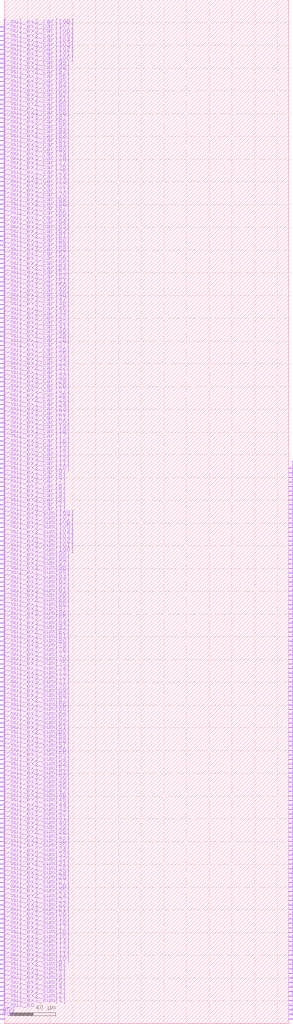
<source format=lef>
VERSION 5.7 ;
  NOWIREEXTENSIONATPIN ON ;
  DIVIDERCHAR "/" ;
  BUSBITCHARS "[]" ;
MACRO tri_fu_mul
  CLASS BLOCK ;
  FOREIGN tri_fu_mul ;
  ORIGIN 0.000 0.000 ;
  SIZE 250.000 BY 900.000 ;
  PIN vdd
    DIRECTION INOUT ;
    USE SIGNAL ;
    PORT
      LAYER met3 ;
        RECT -4.000 4.000 0.000 4.600 ;
    END
  END vdd
  PIN gnd
    DIRECTION INOUT ;
    USE SIGNAL ;
    PORT
      LAYER met3 ;
        RECT -4.000 8.000 0.000 8.600 ;
    END
  END gnd
  PIN clk
    DIRECTION INPUT ;
    USE SIGNAL ;
    PORT
      LAYER met3 ;
        RECT 250.000 4.000 254.000 4.600 ;
    END
  END clk
  PIN rst
    DIRECTION INPUT ;
    USE SIGNAL ;
    PORT
      LAYER met3 ;
        RECT 250.000 8.000 254.000 8.600 ;
    END
  END rst
  PIN clkoff_b
    DIRECTION INPUT ;
    USE SIGNAL ;
    PORT
      LAYER met3 ;
        RECT 250.000 12.000 254.000 12.600 ;
    END
  END clkoff_b
  PIN act_dis
    DIRECTION INPUT ;
    USE SIGNAL ;
    PORT
      LAYER met3 ;
        RECT 250.000 16.000 254.000 16.600 ;
    END
  END act_dis
  PIN flush
    DIRECTION INPUT ;
    USE SIGNAL ;
    PORT
      LAYER met3 ;
        RECT 250.000 20.000 254.000 20.600 ;
    END
  END flush
  PIN delay_lclkr
    DIRECTION INPUT ;
    USE SIGNAL ;
    PORT
      LAYER met3 ;
        RECT 250.000 24.000 254.000 24.600 ;
    END
  END delay_lclkr
  PIN mpw1_b
    DIRECTION INPUT ;
    USE SIGNAL ;
    PORT
      LAYER met3 ;
        RECT 250.000 28.000 254.000 28.600 ;
    END
  END mpw1_b
  PIN mpw2_b
    DIRECTION INPUT ;
    USE SIGNAL ;
    PORT
      LAYER met3 ;
        RECT 250.000 32.000 254.000 32.600 ;
    END
  END mpw2_b
  PIN sg_1
    DIRECTION INPUT ;
    USE SIGNAL ;
    PORT
      LAYER met3 ;
        RECT 250.000 36.000 254.000 36.600 ;
    END
  END sg_1
  PIN thold_1
    DIRECTION INPUT ;
    USE SIGNAL ;
    PORT
      LAYER met3 ;
        RECT 250.000 40.000 254.000 40.600 ;
    END
  END thold_1
  PIN fpu_enable
    DIRECTION INPUT ;
    USE SIGNAL ;
    PORT
      LAYER met3 ;
        RECT 250.000 44.000 254.000 44.600 ;
    END
  END fpu_enable
  PIN f_mul_si
    DIRECTION INPUT ;
    USE SIGNAL ;
    PORT
      LAYER met3 ;
        RECT 250.000 48.000 254.000 48.600 ;
    END
  END f_mul_si
  PIN f_mul_so
    DIRECTION OUTPUT TRISTATE ;
    USE SIGNAL ;
    PORT
      LAYER met3 ;
        RECT -4.000 12.000 0.000 12.600 ;
    END
  END f_mul_so
  PIN ex2_act
    DIRECTION INPUT ;
    USE SIGNAL ;
    PORT
      LAYER met3 ;
        RECT 250.000 52.000 254.000 52.600 ;
    END
  END ex2_act
  PIN f_fmt_ex2_a_frac[0]
    DIRECTION INPUT ;
    USE SIGNAL ;
    PORT
      LAYER met3 ;
        RECT 250.000 56.000 254.000 56.600 ;
    END
  END f_fmt_ex2_a_frac[0]
  PIN f_fmt_ex2_a_frac[1]
    DIRECTION INPUT ;
    USE SIGNAL ;
    PORT
      LAYER met3 ;
        RECT 250.000 60.000 254.000 60.600 ;
    END
  END f_fmt_ex2_a_frac[1]
  PIN f_fmt_ex2_a_frac[2]
    DIRECTION INPUT ;
    USE SIGNAL ;
    PORT
      LAYER met3 ;
        RECT 250.000 64.000 254.000 64.600 ;
    END
  END f_fmt_ex2_a_frac[2]
  PIN f_fmt_ex2_a_frac[3]
    DIRECTION INPUT ;
    USE SIGNAL ;
    PORT
      LAYER met3 ;
        RECT 250.000 68.000 254.000 68.600 ;
    END
  END f_fmt_ex2_a_frac[3]
  PIN f_fmt_ex2_a_frac[4]
    DIRECTION INPUT ;
    USE SIGNAL ;
    PORT
      LAYER met3 ;
        RECT 250.000 72.000 254.000 72.600 ;
    END
  END f_fmt_ex2_a_frac[4]
  PIN f_fmt_ex2_a_frac[5]
    DIRECTION INPUT ;
    USE SIGNAL ;
    PORT
      LAYER met3 ;
        RECT 250.000 76.000 254.000 76.600 ;
    END
  END f_fmt_ex2_a_frac[5]
  PIN f_fmt_ex2_a_frac[6]
    DIRECTION INPUT ;
    USE SIGNAL ;
    PORT
      LAYER met3 ;
        RECT 250.000 80.000 254.000 80.600 ;
    END
  END f_fmt_ex2_a_frac[6]
  PIN f_fmt_ex2_a_frac[7]
    DIRECTION INPUT ;
    USE SIGNAL ;
    PORT
      LAYER met3 ;
        RECT 250.000 84.000 254.000 84.600 ;
    END
  END f_fmt_ex2_a_frac[7]
  PIN f_fmt_ex2_a_frac[8]
    DIRECTION INPUT ;
    USE SIGNAL ;
    PORT
      LAYER met3 ;
        RECT 250.000 88.000 254.000 88.600 ;
    END
  END f_fmt_ex2_a_frac[8]
  PIN f_fmt_ex2_a_frac[9]
    DIRECTION INPUT ;
    USE SIGNAL ;
    PORT
      LAYER met3 ;
        RECT 250.000 92.000 254.000 92.600 ;
    END
  END f_fmt_ex2_a_frac[9]
  PIN f_fmt_ex2_a_frac[10]
    DIRECTION INPUT ;
    USE SIGNAL ;
    PORT
      LAYER met3 ;
        RECT 250.000 96.000 254.000 96.600 ;
    END
  END f_fmt_ex2_a_frac[10]
  PIN f_fmt_ex2_a_frac[11]
    DIRECTION INPUT ;
    USE SIGNAL ;
    PORT
      LAYER met3 ;
        RECT 250.000 100.000 254.000 100.600 ;
    END
  END f_fmt_ex2_a_frac[11]
  PIN f_fmt_ex2_a_frac[12]
    DIRECTION INPUT ;
    USE SIGNAL ;
    PORT
      LAYER met3 ;
        RECT 250.000 104.000 254.000 104.600 ;
    END
  END f_fmt_ex2_a_frac[12]
  PIN f_fmt_ex2_a_frac[13]
    DIRECTION INPUT ;
    USE SIGNAL ;
    PORT
      LAYER met3 ;
        RECT 250.000 108.000 254.000 108.600 ;
    END
  END f_fmt_ex2_a_frac[13]
  PIN f_fmt_ex2_a_frac[14]
    DIRECTION INPUT ;
    USE SIGNAL ;
    PORT
      LAYER met3 ;
        RECT 250.000 112.000 254.000 112.600 ;
    END
  END f_fmt_ex2_a_frac[14]
  PIN f_fmt_ex2_a_frac[15]
    DIRECTION INPUT ;
    USE SIGNAL ;
    PORT
      LAYER met3 ;
        RECT 250.000 116.000 254.000 116.600 ;
    END
  END f_fmt_ex2_a_frac[15]
  PIN f_fmt_ex2_a_frac[16]
    DIRECTION INPUT ;
    USE SIGNAL ;
    PORT
      LAYER met3 ;
        RECT 250.000 120.000 254.000 120.600 ;
    END
  END f_fmt_ex2_a_frac[16]
  PIN f_fmt_ex2_a_frac[17]
    DIRECTION INPUT ;
    USE SIGNAL ;
    PORT
      LAYER met3 ;
        RECT 250.000 124.000 254.000 124.600 ;
    END
  END f_fmt_ex2_a_frac[17]
  PIN f_fmt_ex2_a_frac[18]
    DIRECTION INPUT ;
    USE SIGNAL ;
    PORT
      LAYER met3 ;
        RECT 250.000 128.000 254.000 128.600 ;
    END
  END f_fmt_ex2_a_frac[18]
  PIN f_fmt_ex2_a_frac[19]
    DIRECTION INPUT ;
    USE SIGNAL ;
    PORT
      LAYER met3 ;
        RECT 250.000 132.000 254.000 132.600 ;
    END
  END f_fmt_ex2_a_frac[19]
  PIN f_fmt_ex2_a_frac[20]
    DIRECTION INPUT ;
    USE SIGNAL ;
    PORT
      LAYER met3 ;
        RECT 250.000 136.000 254.000 136.600 ;
    END
  END f_fmt_ex2_a_frac[20]
  PIN f_fmt_ex2_a_frac[21]
    DIRECTION INPUT ;
    USE SIGNAL ;
    PORT
      LAYER met3 ;
        RECT 250.000 140.000 254.000 140.600 ;
    END
  END f_fmt_ex2_a_frac[21]
  PIN f_fmt_ex2_a_frac[22]
    DIRECTION INPUT ;
    USE SIGNAL ;
    PORT
      LAYER met3 ;
        RECT 250.000 144.000 254.000 144.600 ;
    END
  END f_fmt_ex2_a_frac[22]
  PIN f_fmt_ex2_a_frac[23]
    DIRECTION INPUT ;
    USE SIGNAL ;
    PORT
      LAYER met3 ;
        RECT 250.000 148.000 254.000 148.600 ;
    END
  END f_fmt_ex2_a_frac[23]
  PIN f_fmt_ex2_a_frac[24]
    DIRECTION INPUT ;
    USE SIGNAL ;
    PORT
      LAYER met3 ;
        RECT 250.000 152.000 254.000 152.600 ;
    END
  END f_fmt_ex2_a_frac[24]
  PIN f_fmt_ex2_a_frac[25]
    DIRECTION INPUT ;
    USE SIGNAL ;
    PORT
      LAYER met3 ;
        RECT 250.000 156.000 254.000 156.600 ;
    END
  END f_fmt_ex2_a_frac[25]
  PIN f_fmt_ex2_a_frac[26]
    DIRECTION INPUT ;
    USE SIGNAL ;
    PORT
      LAYER met3 ;
        RECT 250.000 160.000 254.000 160.600 ;
    END
  END f_fmt_ex2_a_frac[26]
  PIN f_fmt_ex2_a_frac[27]
    DIRECTION INPUT ;
    USE SIGNAL ;
    PORT
      LAYER met3 ;
        RECT 250.000 164.000 254.000 164.600 ;
    END
  END f_fmt_ex2_a_frac[27]
  PIN f_fmt_ex2_a_frac[28]
    DIRECTION INPUT ;
    USE SIGNAL ;
    PORT
      LAYER met3 ;
        RECT 250.000 168.000 254.000 168.600 ;
    END
  END f_fmt_ex2_a_frac[28]
  PIN f_fmt_ex2_a_frac[29]
    DIRECTION INPUT ;
    USE SIGNAL ;
    PORT
      LAYER met3 ;
        RECT 250.000 172.000 254.000 172.600 ;
    END
  END f_fmt_ex2_a_frac[29]
  PIN f_fmt_ex2_a_frac[30]
    DIRECTION INPUT ;
    USE SIGNAL ;
    PORT
      LAYER met3 ;
        RECT 250.000 176.000 254.000 176.600 ;
    END
  END f_fmt_ex2_a_frac[30]
  PIN f_fmt_ex2_a_frac[31]
    DIRECTION INPUT ;
    USE SIGNAL ;
    PORT
      LAYER met3 ;
        RECT 250.000 180.000 254.000 180.600 ;
    END
  END f_fmt_ex2_a_frac[31]
  PIN f_fmt_ex2_a_frac[32]
    DIRECTION INPUT ;
    USE SIGNAL ;
    PORT
      LAYER met3 ;
        RECT 250.000 184.000 254.000 184.600 ;
    END
  END f_fmt_ex2_a_frac[32]
  PIN f_fmt_ex2_a_frac[33]
    DIRECTION INPUT ;
    USE SIGNAL ;
    PORT
      LAYER met3 ;
        RECT 250.000 188.000 254.000 188.600 ;
    END
  END f_fmt_ex2_a_frac[33]
  PIN f_fmt_ex2_a_frac[34]
    DIRECTION INPUT ;
    USE SIGNAL ;
    PORT
      LAYER met3 ;
        RECT 250.000 192.000 254.000 192.600 ;
    END
  END f_fmt_ex2_a_frac[34]
  PIN f_fmt_ex2_a_frac[35]
    DIRECTION INPUT ;
    USE SIGNAL ;
    PORT
      LAYER met3 ;
        RECT 250.000 196.000 254.000 196.600 ;
    END
  END f_fmt_ex2_a_frac[35]
  PIN f_fmt_ex2_a_frac[36]
    DIRECTION INPUT ;
    USE SIGNAL ;
    PORT
      LAYER met3 ;
        RECT 250.000 200.000 254.000 200.600 ;
    END
  END f_fmt_ex2_a_frac[36]
  PIN f_fmt_ex2_a_frac[37]
    DIRECTION INPUT ;
    USE SIGNAL ;
    PORT
      LAYER met3 ;
        RECT 250.000 204.000 254.000 204.600 ;
    END
  END f_fmt_ex2_a_frac[37]
  PIN f_fmt_ex2_a_frac[38]
    DIRECTION INPUT ;
    USE SIGNAL ;
    PORT
      LAYER met3 ;
        RECT 250.000 208.000 254.000 208.600 ;
    END
  END f_fmt_ex2_a_frac[38]
  PIN f_fmt_ex2_a_frac[39]
    DIRECTION INPUT ;
    USE SIGNAL ;
    PORT
      LAYER met3 ;
        RECT 250.000 212.000 254.000 212.600 ;
    END
  END f_fmt_ex2_a_frac[39]
  PIN f_fmt_ex2_a_frac[40]
    DIRECTION INPUT ;
    USE SIGNAL ;
    PORT
      LAYER met3 ;
        RECT 250.000 216.000 254.000 216.600 ;
    END
  END f_fmt_ex2_a_frac[40]
  PIN f_fmt_ex2_a_frac[41]
    DIRECTION INPUT ;
    USE SIGNAL ;
    PORT
      LAYER met3 ;
        RECT 250.000 220.000 254.000 220.600 ;
    END
  END f_fmt_ex2_a_frac[41]
  PIN f_fmt_ex2_a_frac[42]
    DIRECTION INPUT ;
    USE SIGNAL ;
    PORT
      LAYER met3 ;
        RECT 250.000 224.000 254.000 224.600 ;
    END
  END f_fmt_ex2_a_frac[42]
  PIN f_fmt_ex2_a_frac[43]
    DIRECTION INPUT ;
    USE SIGNAL ;
    PORT
      LAYER met3 ;
        RECT 250.000 228.000 254.000 228.600 ;
    END
  END f_fmt_ex2_a_frac[43]
  PIN f_fmt_ex2_a_frac[44]
    DIRECTION INPUT ;
    USE SIGNAL ;
    PORT
      LAYER met3 ;
        RECT 250.000 232.000 254.000 232.600 ;
    END
  END f_fmt_ex2_a_frac[44]
  PIN f_fmt_ex2_a_frac[45]
    DIRECTION INPUT ;
    USE SIGNAL ;
    PORT
      LAYER met3 ;
        RECT 250.000 236.000 254.000 236.600 ;
    END
  END f_fmt_ex2_a_frac[45]
  PIN f_fmt_ex2_a_frac[46]
    DIRECTION INPUT ;
    USE SIGNAL ;
    PORT
      LAYER met3 ;
        RECT 250.000 240.000 254.000 240.600 ;
    END
  END f_fmt_ex2_a_frac[46]
  PIN f_fmt_ex2_a_frac[47]
    DIRECTION INPUT ;
    USE SIGNAL ;
    PORT
      LAYER met3 ;
        RECT 250.000 244.000 254.000 244.600 ;
    END
  END f_fmt_ex2_a_frac[47]
  PIN f_fmt_ex2_a_frac[48]
    DIRECTION INPUT ;
    USE SIGNAL ;
    PORT
      LAYER met3 ;
        RECT 250.000 248.000 254.000 248.600 ;
    END
  END f_fmt_ex2_a_frac[48]
  PIN f_fmt_ex2_a_frac[49]
    DIRECTION INPUT ;
    USE SIGNAL ;
    PORT
      LAYER met3 ;
        RECT 250.000 252.000 254.000 252.600 ;
    END
  END f_fmt_ex2_a_frac[49]
  PIN f_fmt_ex2_a_frac[50]
    DIRECTION INPUT ;
    USE SIGNAL ;
    PORT
      LAYER met3 ;
        RECT 250.000 256.000 254.000 256.600 ;
    END
  END f_fmt_ex2_a_frac[50]
  PIN f_fmt_ex2_a_frac[51]
    DIRECTION INPUT ;
    USE SIGNAL ;
    PORT
      LAYER met3 ;
        RECT 250.000 260.000 254.000 260.600 ;
    END
  END f_fmt_ex2_a_frac[51]
  PIN f_fmt_ex2_a_frac[52]
    DIRECTION INPUT ;
    USE SIGNAL ;
    PORT
      LAYER met3 ;
        RECT 250.000 264.000 254.000 264.600 ;
    END
  END f_fmt_ex2_a_frac[52]
  PIN f_fmt_ex2_a_frac_17
    DIRECTION INPUT ;
    USE SIGNAL ;
    PORT
      LAYER met3 ;
        RECT 250.000 268.000 254.000 268.600 ;
    END
  END f_fmt_ex2_a_frac_17
  PIN f_fmt_ex2_a_frac_35
    DIRECTION INPUT ;
    USE SIGNAL ;
    PORT
      LAYER met3 ;
        RECT 250.000 272.000 254.000 272.600 ;
    END
  END f_fmt_ex2_a_frac_35
  PIN f_fmt_ex2_c_frac[0]
    DIRECTION INPUT ;
    USE SIGNAL ;
    PORT
      LAYER met3 ;
        RECT 250.000 276.000 254.000 276.600 ;
    END
  END f_fmt_ex2_c_frac[0]
  PIN f_fmt_ex2_c_frac[1]
    DIRECTION INPUT ;
    USE SIGNAL ;
    PORT
      LAYER met3 ;
        RECT 250.000 280.000 254.000 280.600 ;
    END
  END f_fmt_ex2_c_frac[1]
  PIN f_fmt_ex2_c_frac[2]
    DIRECTION INPUT ;
    USE SIGNAL ;
    PORT
      LAYER met3 ;
        RECT 250.000 284.000 254.000 284.600 ;
    END
  END f_fmt_ex2_c_frac[2]
  PIN f_fmt_ex2_c_frac[3]
    DIRECTION INPUT ;
    USE SIGNAL ;
    PORT
      LAYER met3 ;
        RECT 250.000 288.000 254.000 288.600 ;
    END
  END f_fmt_ex2_c_frac[3]
  PIN f_fmt_ex2_c_frac[4]
    DIRECTION INPUT ;
    USE SIGNAL ;
    PORT
      LAYER met3 ;
        RECT 250.000 292.000 254.000 292.600 ;
    END
  END f_fmt_ex2_c_frac[4]
  PIN f_fmt_ex2_c_frac[5]
    DIRECTION INPUT ;
    USE SIGNAL ;
    PORT
      LAYER met3 ;
        RECT 250.000 296.000 254.000 296.600 ;
    END
  END f_fmt_ex2_c_frac[5]
  PIN f_fmt_ex2_c_frac[6]
    DIRECTION INPUT ;
    USE SIGNAL ;
    PORT
      LAYER met3 ;
        RECT 250.000 300.000 254.000 300.600 ;
    END
  END f_fmt_ex2_c_frac[6]
  PIN f_fmt_ex2_c_frac[7]
    DIRECTION INPUT ;
    USE SIGNAL ;
    PORT
      LAYER met3 ;
        RECT 250.000 304.000 254.000 304.600 ;
    END
  END f_fmt_ex2_c_frac[7]
  PIN f_fmt_ex2_c_frac[8]
    DIRECTION INPUT ;
    USE SIGNAL ;
    PORT
      LAYER met3 ;
        RECT 250.000 308.000 254.000 308.600 ;
    END
  END f_fmt_ex2_c_frac[8]
  PIN f_fmt_ex2_c_frac[9]
    DIRECTION INPUT ;
    USE SIGNAL ;
    PORT
      LAYER met3 ;
        RECT 250.000 312.000 254.000 312.600 ;
    END
  END f_fmt_ex2_c_frac[9]
  PIN f_fmt_ex2_c_frac[10]
    DIRECTION INPUT ;
    USE SIGNAL ;
    PORT
      LAYER met3 ;
        RECT 250.000 316.000 254.000 316.600 ;
    END
  END f_fmt_ex2_c_frac[10]
  PIN f_fmt_ex2_c_frac[11]
    DIRECTION INPUT ;
    USE SIGNAL ;
    PORT
      LAYER met3 ;
        RECT 250.000 320.000 254.000 320.600 ;
    END
  END f_fmt_ex2_c_frac[11]
  PIN f_fmt_ex2_c_frac[12]
    DIRECTION INPUT ;
    USE SIGNAL ;
    PORT
      LAYER met3 ;
        RECT 250.000 324.000 254.000 324.600 ;
    END
  END f_fmt_ex2_c_frac[12]
  PIN f_fmt_ex2_c_frac[13]
    DIRECTION INPUT ;
    USE SIGNAL ;
    PORT
      LAYER met3 ;
        RECT 250.000 328.000 254.000 328.600 ;
    END
  END f_fmt_ex2_c_frac[13]
  PIN f_fmt_ex2_c_frac[14]
    DIRECTION INPUT ;
    USE SIGNAL ;
    PORT
      LAYER met3 ;
        RECT 250.000 332.000 254.000 332.600 ;
    END
  END f_fmt_ex2_c_frac[14]
  PIN f_fmt_ex2_c_frac[15]
    DIRECTION INPUT ;
    USE SIGNAL ;
    PORT
      LAYER met3 ;
        RECT 250.000 336.000 254.000 336.600 ;
    END
  END f_fmt_ex2_c_frac[15]
  PIN f_fmt_ex2_c_frac[16]
    DIRECTION INPUT ;
    USE SIGNAL ;
    PORT
      LAYER met3 ;
        RECT 250.000 340.000 254.000 340.600 ;
    END
  END f_fmt_ex2_c_frac[16]
  PIN f_fmt_ex2_c_frac[17]
    DIRECTION INPUT ;
    USE SIGNAL ;
    PORT
      LAYER met3 ;
        RECT 250.000 344.000 254.000 344.600 ;
    END
  END f_fmt_ex2_c_frac[17]
  PIN f_fmt_ex2_c_frac[18]
    DIRECTION INPUT ;
    USE SIGNAL ;
    PORT
      LAYER met3 ;
        RECT 250.000 348.000 254.000 348.600 ;
    END
  END f_fmt_ex2_c_frac[18]
  PIN f_fmt_ex2_c_frac[19]
    DIRECTION INPUT ;
    USE SIGNAL ;
    PORT
      LAYER met3 ;
        RECT 250.000 352.000 254.000 352.600 ;
    END
  END f_fmt_ex2_c_frac[19]
  PIN f_fmt_ex2_c_frac[20]
    DIRECTION INPUT ;
    USE SIGNAL ;
    PORT
      LAYER met3 ;
        RECT 250.000 356.000 254.000 356.600 ;
    END
  END f_fmt_ex2_c_frac[20]
  PIN f_fmt_ex2_c_frac[21]
    DIRECTION INPUT ;
    USE SIGNAL ;
    PORT
      LAYER met3 ;
        RECT 250.000 360.000 254.000 360.600 ;
    END
  END f_fmt_ex2_c_frac[21]
  PIN f_fmt_ex2_c_frac[22]
    DIRECTION INPUT ;
    USE SIGNAL ;
    PORT
      LAYER met3 ;
        RECT 250.000 364.000 254.000 364.600 ;
    END
  END f_fmt_ex2_c_frac[22]
  PIN f_fmt_ex2_c_frac[23]
    DIRECTION INPUT ;
    USE SIGNAL ;
    PORT
      LAYER met3 ;
        RECT 250.000 368.000 254.000 368.600 ;
    END
  END f_fmt_ex2_c_frac[23]
  PIN f_fmt_ex2_c_frac[24]
    DIRECTION INPUT ;
    USE SIGNAL ;
    PORT
      LAYER met3 ;
        RECT 250.000 372.000 254.000 372.600 ;
    END
  END f_fmt_ex2_c_frac[24]
  PIN f_fmt_ex2_c_frac[25]
    DIRECTION INPUT ;
    USE SIGNAL ;
    PORT
      LAYER met3 ;
        RECT 250.000 376.000 254.000 376.600 ;
    END
  END f_fmt_ex2_c_frac[25]
  PIN f_fmt_ex2_c_frac[26]
    DIRECTION INPUT ;
    USE SIGNAL ;
    PORT
      LAYER met3 ;
        RECT 250.000 380.000 254.000 380.600 ;
    END
  END f_fmt_ex2_c_frac[26]
  PIN f_fmt_ex2_c_frac[27]
    DIRECTION INPUT ;
    USE SIGNAL ;
    PORT
      LAYER met3 ;
        RECT 250.000 384.000 254.000 384.600 ;
    END
  END f_fmt_ex2_c_frac[27]
  PIN f_fmt_ex2_c_frac[28]
    DIRECTION INPUT ;
    USE SIGNAL ;
    PORT
      LAYER met3 ;
        RECT 250.000 388.000 254.000 388.600 ;
    END
  END f_fmt_ex2_c_frac[28]
  PIN f_fmt_ex2_c_frac[29]
    DIRECTION INPUT ;
    USE SIGNAL ;
    PORT
      LAYER met3 ;
        RECT 250.000 392.000 254.000 392.600 ;
    END
  END f_fmt_ex2_c_frac[29]
  PIN f_fmt_ex2_c_frac[30]
    DIRECTION INPUT ;
    USE SIGNAL ;
    PORT
      LAYER met3 ;
        RECT 250.000 396.000 254.000 396.600 ;
    END
  END f_fmt_ex2_c_frac[30]
  PIN f_fmt_ex2_c_frac[31]
    DIRECTION INPUT ;
    USE SIGNAL ;
    PORT
      LAYER met3 ;
        RECT 250.000 400.000 254.000 400.600 ;
    END
  END f_fmt_ex2_c_frac[31]
  PIN f_fmt_ex2_c_frac[32]
    DIRECTION INPUT ;
    USE SIGNAL ;
    PORT
      LAYER met3 ;
        RECT 250.000 404.000 254.000 404.600 ;
    END
  END f_fmt_ex2_c_frac[32]
  PIN f_fmt_ex2_c_frac[33]
    DIRECTION INPUT ;
    USE SIGNAL ;
    PORT
      LAYER met3 ;
        RECT 250.000 408.000 254.000 408.600 ;
    END
  END f_fmt_ex2_c_frac[33]
  PIN f_fmt_ex2_c_frac[34]
    DIRECTION INPUT ;
    USE SIGNAL ;
    PORT
      LAYER met3 ;
        RECT 250.000 412.000 254.000 412.600 ;
    END
  END f_fmt_ex2_c_frac[34]
  PIN f_fmt_ex2_c_frac[35]
    DIRECTION INPUT ;
    USE SIGNAL ;
    PORT
      LAYER met3 ;
        RECT 250.000 416.000 254.000 416.600 ;
    END
  END f_fmt_ex2_c_frac[35]
  PIN f_fmt_ex2_c_frac[36]
    DIRECTION INPUT ;
    USE SIGNAL ;
    PORT
      LAYER met3 ;
        RECT 250.000 420.000 254.000 420.600 ;
    END
  END f_fmt_ex2_c_frac[36]
  PIN f_fmt_ex2_c_frac[37]
    DIRECTION INPUT ;
    USE SIGNAL ;
    PORT
      LAYER met3 ;
        RECT 250.000 424.000 254.000 424.600 ;
    END
  END f_fmt_ex2_c_frac[37]
  PIN f_fmt_ex2_c_frac[38]
    DIRECTION INPUT ;
    USE SIGNAL ;
    PORT
      LAYER met3 ;
        RECT 250.000 428.000 254.000 428.600 ;
    END
  END f_fmt_ex2_c_frac[38]
  PIN f_fmt_ex2_c_frac[39]
    DIRECTION INPUT ;
    USE SIGNAL ;
    PORT
      LAYER met3 ;
        RECT 250.000 432.000 254.000 432.600 ;
    END
  END f_fmt_ex2_c_frac[39]
  PIN f_fmt_ex2_c_frac[40]
    DIRECTION INPUT ;
    USE SIGNAL ;
    PORT
      LAYER met3 ;
        RECT 250.000 436.000 254.000 436.600 ;
    END
  END f_fmt_ex2_c_frac[40]
  PIN f_fmt_ex2_c_frac[41]
    DIRECTION INPUT ;
    USE SIGNAL ;
    PORT
      LAYER met3 ;
        RECT 250.000 440.000 254.000 440.600 ;
    END
  END f_fmt_ex2_c_frac[41]
  PIN f_fmt_ex2_c_frac[42]
    DIRECTION INPUT ;
    USE SIGNAL ;
    PORT
      LAYER met3 ;
        RECT 250.000 444.000 254.000 444.600 ;
    END
  END f_fmt_ex2_c_frac[42]
  PIN f_fmt_ex2_c_frac[43]
    DIRECTION INPUT ;
    USE SIGNAL ;
    PORT
      LAYER met3 ;
        RECT 250.000 448.000 254.000 448.600 ;
    END
  END f_fmt_ex2_c_frac[43]
  PIN f_fmt_ex2_c_frac[44]
    DIRECTION INPUT ;
    USE SIGNAL ;
    PORT
      LAYER met3 ;
        RECT 250.000 452.000 254.000 452.600 ;
    END
  END f_fmt_ex2_c_frac[44]
  PIN f_fmt_ex2_c_frac[45]
    DIRECTION INPUT ;
    USE SIGNAL ;
    PORT
      LAYER met3 ;
        RECT 250.000 456.000 254.000 456.600 ;
    END
  END f_fmt_ex2_c_frac[45]
  PIN f_fmt_ex2_c_frac[46]
    DIRECTION INPUT ;
    USE SIGNAL ;
    PORT
      LAYER met3 ;
        RECT 250.000 460.000 254.000 460.600 ;
    END
  END f_fmt_ex2_c_frac[46]
  PIN f_fmt_ex2_c_frac[47]
    DIRECTION INPUT ;
    USE SIGNAL ;
    PORT
      LAYER met3 ;
        RECT 250.000 464.000 254.000 464.600 ;
    END
  END f_fmt_ex2_c_frac[47]
  PIN f_fmt_ex2_c_frac[48]
    DIRECTION INPUT ;
    USE SIGNAL ;
    PORT
      LAYER met3 ;
        RECT 250.000 468.000 254.000 468.600 ;
    END
  END f_fmt_ex2_c_frac[48]
  PIN f_fmt_ex2_c_frac[49]
    DIRECTION INPUT ;
    USE SIGNAL ;
    PORT
      LAYER met3 ;
        RECT 250.000 472.000 254.000 472.600 ;
    END
  END f_fmt_ex2_c_frac[49]
  PIN f_fmt_ex2_c_frac[50]
    DIRECTION INPUT ;
    USE SIGNAL ;
    PORT
      LAYER met3 ;
        RECT 250.000 476.000 254.000 476.600 ;
    END
  END f_fmt_ex2_c_frac[50]
  PIN f_fmt_ex2_c_frac[51]
    DIRECTION INPUT ;
    USE SIGNAL ;
    PORT
      LAYER met3 ;
        RECT 250.000 480.000 254.000 480.600 ;
    END
  END f_fmt_ex2_c_frac[51]
  PIN f_fmt_ex2_c_frac[52]
    DIRECTION INPUT ;
    USE SIGNAL ;
    PORT
      LAYER met3 ;
        RECT 250.000 484.000 254.000 484.600 ;
    END
  END f_fmt_ex2_c_frac[52]
  PIN f_fmt_ex2_c_frac[53]
    DIRECTION INPUT ;
    USE SIGNAL ;
    PORT
      LAYER met3 ;
        RECT 250.000 488.000 254.000 488.600 ;
    END
  END f_fmt_ex2_c_frac[53]
  PIN f_mul_ex3_sum[1]
    DIRECTION OUTPUT TRISTATE ;
    USE SIGNAL ;
    PORT
      LAYER met3 ;
        RECT -4.000 16.000 0.000 16.600 ;
    END
  END f_mul_ex3_sum[1]
  PIN f_mul_ex3_sum[2]
    DIRECTION OUTPUT TRISTATE ;
    USE SIGNAL ;
    PORT
      LAYER met3 ;
        RECT -4.000 20.000 0.000 20.600 ;
    END
  END f_mul_ex3_sum[2]
  PIN f_mul_ex3_sum[3]
    DIRECTION OUTPUT TRISTATE ;
    USE SIGNAL ;
    PORT
      LAYER met3 ;
        RECT -4.000 24.000 0.000 24.600 ;
    END
  END f_mul_ex3_sum[3]
  PIN f_mul_ex3_sum[4]
    DIRECTION OUTPUT TRISTATE ;
    USE SIGNAL ;
    PORT
      LAYER met3 ;
        RECT -4.000 28.000 0.000 28.600 ;
    END
  END f_mul_ex3_sum[4]
  PIN f_mul_ex3_sum[5]
    DIRECTION OUTPUT TRISTATE ;
    USE SIGNAL ;
    PORT
      LAYER met3 ;
        RECT -4.000 32.000 0.000 32.600 ;
    END
  END f_mul_ex3_sum[5]
  PIN f_mul_ex3_sum[6]
    DIRECTION OUTPUT TRISTATE ;
    USE SIGNAL ;
    PORT
      LAYER met3 ;
        RECT -4.000 36.000 0.000 36.600 ;
    END
  END f_mul_ex3_sum[6]
  PIN f_mul_ex3_sum[7]
    DIRECTION OUTPUT TRISTATE ;
    USE SIGNAL ;
    PORT
      LAYER met3 ;
        RECT -4.000 40.000 0.000 40.600 ;
    END
  END f_mul_ex3_sum[7]
  PIN f_mul_ex3_sum[8]
    DIRECTION OUTPUT TRISTATE ;
    USE SIGNAL ;
    PORT
      LAYER met3 ;
        RECT -4.000 44.000 0.000 44.600 ;
    END
  END f_mul_ex3_sum[8]
  PIN f_mul_ex3_sum[9]
    DIRECTION OUTPUT TRISTATE ;
    USE SIGNAL ;
    PORT
      LAYER met3 ;
        RECT -4.000 48.000 0.000 48.600 ;
    END
  END f_mul_ex3_sum[9]
  PIN f_mul_ex3_sum[10]
    DIRECTION OUTPUT TRISTATE ;
    USE SIGNAL ;
    PORT
      LAYER met3 ;
        RECT -4.000 52.000 0.000 52.600 ;
    END
  END f_mul_ex3_sum[10]
  PIN f_mul_ex3_sum[11]
    DIRECTION OUTPUT TRISTATE ;
    USE SIGNAL ;
    PORT
      LAYER met3 ;
        RECT -4.000 56.000 0.000 56.600 ;
    END
  END f_mul_ex3_sum[11]
  PIN f_mul_ex3_sum[12]
    DIRECTION OUTPUT TRISTATE ;
    USE SIGNAL ;
    PORT
      LAYER met3 ;
        RECT -4.000 60.000 0.000 60.600 ;
    END
  END f_mul_ex3_sum[12]
  PIN f_mul_ex3_sum[13]
    DIRECTION OUTPUT TRISTATE ;
    USE SIGNAL ;
    PORT
      LAYER met3 ;
        RECT -4.000 64.000 0.000 64.600 ;
    END
  END f_mul_ex3_sum[13]
  PIN f_mul_ex3_sum[14]
    DIRECTION OUTPUT TRISTATE ;
    USE SIGNAL ;
    PORT
      LAYER met3 ;
        RECT -4.000 68.000 0.000 68.600 ;
    END
  END f_mul_ex3_sum[14]
  PIN f_mul_ex3_sum[15]
    DIRECTION OUTPUT TRISTATE ;
    USE SIGNAL ;
    PORT
      LAYER met3 ;
        RECT -4.000 72.000 0.000 72.600 ;
    END
  END f_mul_ex3_sum[15]
  PIN f_mul_ex3_sum[16]
    DIRECTION OUTPUT TRISTATE ;
    USE SIGNAL ;
    PORT
      LAYER met3 ;
        RECT -4.000 76.000 0.000 76.600 ;
    END
  END f_mul_ex3_sum[16]
  PIN f_mul_ex3_sum[17]
    DIRECTION OUTPUT TRISTATE ;
    USE SIGNAL ;
    PORT
      LAYER met3 ;
        RECT -4.000 80.000 0.000 80.600 ;
    END
  END f_mul_ex3_sum[17]
  PIN f_mul_ex3_sum[18]
    DIRECTION OUTPUT TRISTATE ;
    USE SIGNAL ;
    PORT
      LAYER met3 ;
        RECT -4.000 84.000 0.000 84.600 ;
    END
  END f_mul_ex3_sum[18]
  PIN f_mul_ex3_sum[19]
    DIRECTION OUTPUT TRISTATE ;
    USE SIGNAL ;
    PORT
      LAYER met3 ;
        RECT -4.000 88.000 0.000 88.600 ;
    END
  END f_mul_ex3_sum[19]
  PIN f_mul_ex3_sum[20]
    DIRECTION OUTPUT TRISTATE ;
    USE SIGNAL ;
    PORT
      LAYER met3 ;
        RECT -4.000 92.000 0.000 92.600 ;
    END
  END f_mul_ex3_sum[20]
  PIN f_mul_ex3_sum[21]
    DIRECTION OUTPUT TRISTATE ;
    USE SIGNAL ;
    PORT
      LAYER met3 ;
        RECT -4.000 96.000 0.000 96.600 ;
    END
  END f_mul_ex3_sum[21]
  PIN f_mul_ex3_sum[22]
    DIRECTION OUTPUT TRISTATE ;
    USE SIGNAL ;
    PORT
      LAYER met3 ;
        RECT -4.000 100.000 0.000 100.600 ;
    END
  END f_mul_ex3_sum[22]
  PIN f_mul_ex3_sum[23]
    DIRECTION OUTPUT TRISTATE ;
    USE SIGNAL ;
    PORT
      LAYER met3 ;
        RECT -4.000 104.000 0.000 104.600 ;
    END
  END f_mul_ex3_sum[23]
  PIN f_mul_ex3_sum[24]
    DIRECTION OUTPUT TRISTATE ;
    USE SIGNAL ;
    PORT
      LAYER met3 ;
        RECT -4.000 108.000 0.000 108.600 ;
    END
  END f_mul_ex3_sum[24]
  PIN f_mul_ex3_sum[25]
    DIRECTION OUTPUT TRISTATE ;
    USE SIGNAL ;
    PORT
      LAYER met3 ;
        RECT -4.000 112.000 0.000 112.600 ;
    END
  END f_mul_ex3_sum[25]
  PIN f_mul_ex3_sum[26]
    DIRECTION OUTPUT TRISTATE ;
    USE SIGNAL ;
    PORT
      LAYER met3 ;
        RECT -4.000 116.000 0.000 116.600 ;
    END
  END f_mul_ex3_sum[26]
  PIN f_mul_ex3_sum[27]
    DIRECTION OUTPUT TRISTATE ;
    USE SIGNAL ;
    PORT
      LAYER met3 ;
        RECT -4.000 120.000 0.000 120.600 ;
    END
  END f_mul_ex3_sum[27]
  PIN f_mul_ex3_sum[28]
    DIRECTION OUTPUT TRISTATE ;
    USE SIGNAL ;
    PORT
      LAYER met3 ;
        RECT -4.000 124.000 0.000 124.600 ;
    END
  END f_mul_ex3_sum[28]
  PIN f_mul_ex3_sum[29]
    DIRECTION OUTPUT TRISTATE ;
    USE SIGNAL ;
    PORT
      LAYER met3 ;
        RECT -4.000 128.000 0.000 128.600 ;
    END
  END f_mul_ex3_sum[29]
  PIN f_mul_ex3_sum[30]
    DIRECTION OUTPUT TRISTATE ;
    USE SIGNAL ;
    PORT
      LAYER met3 ;
        RECT -4.000 132.000 0.000 132.600 ;
    END
  END f_mul_ex3_sum[30]
  PIN f_mul_ex3_sum[31]
    DIRECTION OUTPUT TRISTATE ;
    USE SIGNAL ;
    PORT
      LAYER met3 ;
        RECT -4.000 136.000 0.000 136.600 ;
    END
  END f_mul_ex3_sum[31]
  PIN f_mul_ex3_sum[32]
    DIRECTION OUTPUT TRISTATE ;
    USE SIGNAL ;
    PORT
      LAYER met3 ;
        RECT -4.000 140.000 0.000 140.600 ;
    END
  END f_mul_ex3_sum[32]
  PIN f_mul_ex3_sum[33]
    DIRECTION OUTPUT TRISTATE ;
    USE SIGNAL ;
    PORT
      LAYER met3 ;
        RECT -4.000 144.000 0.000 144.600 ;
    END
  END f_mul_ex3_sum[33]
  PIN f_mul_ex3_sum[34]
    DIRECTION OUTPUT TRISTATE ;
    USE SIGNAL ;
    PORT
      LAYER met3 ;
        RECT -4.000 148.000 0.000 148.600 ;
    END
  END f_mul_ex3_sum[34]
  PIN f_mul_ex3_sum[35]
    DIRECTION OUTPUT TRISTATE ;
    USE SIGNAL ;
    PORT
      LAYER met3 ;
        RECT -4.000 152.000 0.000 152.600 ;
    END
  END f_mul_ex3_sum[35]
  PIN f_mul_ex3_sum[36]
    DIRECTION OUTPUT TRISTATE ;
    USE SIGNAL ;
    PORT
      LAYER met3 ;
        RECT -4.000 156.000 0.000 156.600 ;
    END
  END f_mul_ex3_sum[36]
  PIN f_mul_ex3_sum[37]
    DIRECTION OUTPUT TRISTATE ;
    USE SIGNAL ;
    PORT
      LAYER met3 ;
        RECT -4.000 160.000 0.000 160.600 ;
    END
  END f_mul_ex3_sum[37]
  PIN f_mul_ex3_sum[38]
    DIRECTION OUTPUT TRISTATE ;
    USE SIGNAL ;
    PORT
      LAYER met3 ;
        RECT -4.000 164.000 0.000 164.600 ;
    END
  END f_mul_ex3_sum[38]
  PIN f_mul_ex3_sum[39]
    DIRECTION OUTPUT TRISTATE ;
    USE SIGNAL ;
    PORT
      LAYER met3 ;
        RECT -4.000 168.000 0.000 168.600 ;
    END
  END f_mul_ex3_sum[39]
  PIN f_mul_ex3_sum[40]
    DIRECTION OUTPUT TRISTATE ;
    USE SIGNAL ;
    PORT
      LAYER met3 ;
        RECT -4.000 172.000 0.000 172.600 ;
    END
  END f_mul_ex3_sum[40]
  PIN f_mul_ex3_sum[41]
    DIRECTION OUTPUT TRISTATE ;
    USE SIGNAL ;
    PORT
      LAYER met3 ;
        RECT -4.000 176.000 0.000 176.600 ;
    END
  END f_mul_ex3_sum[41]
  PIN f_mul_ex3_sum[42]
    DIRECTION OUTPUT TRISTATE ;
    USE SIGNAL ;
    PORT
      LAYER met3 ;
        RECT -4.000 180.000 0.000 180.600 ;
    END
  END f_mul_ex3_sum[42]
  PIN f_mul_ex3_sum[43]
    DIRECTION OUTPUT TRISTATE ;
    USE SIGNAL ;
    PORT
      LAYER met3 ;
        RECT -4.000 184.000 0.000 184.600 ;
    END
  END f_mul_ex3_sum[43]
  PIN f_mul_ex3_sum[44]
    DIRECTION OUTPUT TRISTATE ;
    USE SIGNAL ;
    PORT
      LAYER met3 ;
        RECT -4.000 188.000 0.000 188.600 ;
    END
  END f_mul_ex3_sum[44]
  PIN f_mul_ex3_sum[45]
    DIRECTION OUTPUT TRISTATE ;
    USE SIGNAL ;
    PORT
      LAYER met3 ;
        RECT -4.000 192.000 0.000 192.600 ;
    END
  END f_mul_ex3_sum[45]
  PIN f_mul_ex3_sum[46]
    DIRECTION OUTPUT TRISTATE ;
    USE SIGNAL ;
    PORT
      LAYER met3 ;
        RECT -4.000 196.000 0.000 196.600 ;
    END
  END f_mul_ex3_sum[46]
  PIN f_mul_ex3_sum[47]
    DIRECTION OUTPUT TRISTATE ;
    USE SIGNAL ;
    PORT
      LAYER met3 ;
        RECT -4.000 200.000 0.000 200.600 ;
    END
  END f_mul_ex3_sum[47]
  PIN f_mul_ex3_sum[48]
    DIRECTION OUTPUT TRISTATE ;
    USE SIGNAL ;
    PORT
      LAYER met3 ;
        RECT -4.000 204.000 0.000 204.600 ;
    END
  END f_mul_ex3_sum[48]
  PIN f_mul_ex3_sum[49]
    DIRECTION OUTPUT TRISTATE ;
    USE SIGNAL ;
    PORT
      LAYER met3 ;
        RECT -4.000 208.000 0.000 208.600 ;
    END
  END f_mul_ex3_sum[49]
  PIN f_mul_ex3_sum[50]
    DIRECTION OUTPUT TRISTATE ;
    USE SIGNAL ;
    PORT
      LAYER met3 ;
        RECT -4.000 212.000 0.000 212.600 ;
    END
  END f_mul_ex3_sum[50]
  PIN f_mul_ex3_sum[51]
    DIRECTION OUTPUT TRISTATE ;
    USE SIGNAL ;
    PORT
      LAYER met3 ;
        RECT -4.000 216.000 0.000 216.600 ;
    END
  END f_mul_ex3_sum[51]
  PIN f_mul_ex3_sum[52]
    DIRECTION OUTPUT TRISTATE ;
    USE SIGNAL ;
    PORT
      LAYER met3 ;
        RECT -4.000 220.000 0.000 220.600 ;
    END
  END f_mul_ex3_sum[52]
  PIN f_mul_ex3_sum[53]
    DIRECTION OUTPUT TRISTATE ;
    USE SIGNAL ;
    PORT
      LAYER met3 ;
        RECT -4.000 224.000 0.000 224.600 ;
    END
  END f_mul_ex3_sum[53]
  PIN f_mul_ex3_sum[54]
    DIRECTION OUTPUT TRISTATE ;
    USE SIGNAL ;
    PORT
      LAYER met3 ;
        RECT -4.000 228.000 0.000 228.600 ;
    END
  END f_mul_ex3_sum[54]
  PIN f_mul_ex3_sum[55]
    DIRECTION OUTPUT TRISTATE ;
    USE SIGNAL ;
    PORT
      LAYER met3 ;
        RECT -4.000 232.000 0.000 232.600 ;
    END
  END f_mul_ex3_sum[55]
  PIN f_mul_ex3_sum[56]
    DIRECTION OUTPUT TRISTATE ;
    USE SIGNAL ;
    PORT
      LAYER met3 ;
        RECT -4.000 236.000 0.000 236.600 ;
    END
  END f_mul_ex3_sum[56]
  PIN f_mul_ex3_sum[57]
    DIRECTION OUTPUT TRISTATE ;
    USE SIGNAL ;
    PORT
      LAYER met3 ;
        RECT -4.000 240.000 0.000 240.600 ;
    END
  END f_mul_ex3_sum[57]
  PIN f_mul_ex3_sum[58]
    DIRECTION OUTPUT TRISTATE ;
    USE SIGNAL ;
    PORT
      LAYER met3 ;
        RECT -4.000 244.000 0.000 244.600 ;
    END
  END f_mul_ex3_sum[58]
  PIN f_mul_ex3_sum[59]
    DIRECTION OUTPUT TRISTATE ;
    USE SIGNAL ;
    PORT
      LAYER met3 ;
        RECT -4.000 248.000 0.000 248.600 ;
    END
  END f_mul_ex3_sum[59]
  PIN f_mul_ex3_sum[60]
    DIRECTION OUTPUT TRISTATE ;
    USE SIGNAL ;
    PORT
      LAYER met3 ;
        RECT -4.000 252.000 0.000 252.600 ;
    END
  END f_mul_ex3_sum[60]
  PIN f_mul_ex3_sum[61]
    DIRECTION OUTPUT TRISTATE ;
    USE SIGNAL ;
    PORT
      LAYER met3 ;
        RECT -4.000 256.000 0.000 256.600 ;
    END
  END f_mul_ex3_sum[61]
  PIN f_mul_ex3_sum[62]
    DIRECTION OUTPUT TRISTATE ;
    USE SIGNAL ;
    PORT
      LAYER met3 ;
        RECT -4.000 260.000 0.000 260.600 ;
    END
  END f_mul_ex3_sum[62]
  PIN f_mul_ex3_sum[63]
    DIRECTION OUTPUT TRISTATE ;
    USE SIGNAL ;
    PORT
      LAYER met3 ;
        RECT -4.000 264.000 0.000 264.600 ;
    END
  END f_mul_ex3_sum[63]
  PIN f_mul_ex3_sum[64]
    DIRECTION OUTPUT TRISTATE ;
    USE SIGNAL ;
    PORT
      LAYER met3 ;
        RECT -4.000 268.000 0.000 268.600 ;
    END
  END f_mul_ex3_sum[64]
  PIN f_mul_ex3_sum[65]
    DIRECTION OUTPUT TRISTATE ;
    USE SIGNAL ;
    PORT
      LAYER met3 ;
        RECT -4.000 272.000 0.000 272.600 ;
    END
  END f_mul_ex3_sum[65]
  PIN f_mul_ex3_sum[66]
    DIRECTION OUTPUT TRISTATE ;
    USE SIGNAL ;
    PORT
      LAYER met3 ;
        RECT -4.000 276.000 0.000 276.600 ;
    END
  END f_mul_ex3_sum[66]
  PIN f_mul_ex3_sum[67]
    DIRECTION OUTPUT TRISTATE ;
    USE SIGNAL ;
    PORT
      LAYER met3 ;
        RECT -4.000 280.000 0.000 280.600 ;
    END
  END f_mul_ex3_sum[67]
  PIN f_mul_ex3_sum[68]
    DIRECTION OUTPUT TRISTATE ;
    USE SIGNAL ;
    PORT
      LAYER met3 ;
        RECT -4.000 284.000 0.000 284.600 ;
    END
  END f_mul_ex3_sum[68]
  PIN f_mul_ex3_sum[69]
    DIRECTION OUTPUT TRISTATE ;
    USE SIGNAL ;
    PORT
      LAYER met3 ;
        RECT -4.000 288.000 0.000 288.600 ;
    END
  END f_mul_ex3_sum[69]
  PIN f_mul_ex3_sum[70]
    DIRECTION OUTPUT TRISTATE ;
    USE SIGNAL ;
    PORT
      LAYER met3 ;
        RECT -4.000 292.000 0.000 292.600 ;
    END
  END f_mul_ex3_sum[70]
  PIN f_mul_ex3_sum[71]
    DIRECTION OUTPUT TRISTATE ;
    USE SIGNAL ;
    PORT
      LAYER met3 ;
        RECT -4.000 296.000 0.000 296.600 ;
    END
  END f_mul_ex3_sum[71]
  PIN f_mul_ex3_sum[72]
    DIRECTION OUTPUT TRISTATE ;
    USE SIGNAL ;
    PORT
      LAYER met3 ;
        RECT -4.000 300.000 0.000 300.600 ;
    END
  END f_mul_ex3_sum[72]
  PIN f_mul_ex3_sum[73]
    DIRECTION OUTPUT TRISTATE ;
    USE SIGNAL ;
    PORT
      LAYER met3 ;
        RECT -4.000 304.000 0.000 304.600 ;
    END
  END f_mul_ex3_sum[73]
  PIN f_mul_ex3_sum[74]
    DIRECTION OUTPUT TRISTATE ;
    USE SIGNAL ;
    PORT
      LAYER met3 ;
        RECT -4.000 308.000 0.000 308.600 ;
    END
  END f_mul_ex3_sum[74]
  PIN f_mul_ex3_sum[75]
    DIRECTION OUTPUT TRISTATE ;
    USE SIGNAL ;
    PORT
      LAYER met3 ;
        RECT -4.000 312.000 0.000 312.600 ;
    END
  END f_mul_ex3_sum[75]
  PIN f_mul_ex3_sum[76]
    DIRECTION OUTPUT TRISTATE ;
    USE SIGNAL ;
    PORT
      LAYER met3 ;
        RECT -4.000 316.000 0.000 316.600 ;
    END
  END f_mul_ex3_sum[76]
  PIN f_mul_ex3_sum[77]
    DIRECTION OUTPUT TRISTATE ;
    USE SIGNAL ;
    PORT
      LAYER met3 ;
        RECT -4.000 320.000 0.000 320.600 ;
    END
  END f_mul_ex3_sum[77]
  PIN f_mul_ex3_sum[78]
    DIRECTION OUTPUT TRISTATE ;
    USE SIGNAL ;
    PORT
      LAYER met3 ;
        RECT -4.000 324.000 0.000 324.600 ;
    END
  END f_mul_ex3_sum[78]
  PIN f_mul_ex3_sum[79]
    DIRECTION OUTPUT TRISTATE ;
    USE SIGNAL ;
    PORT
      LAYER met3 ;
        RECT -4.000 328.000 0.000 328.600 ;
    END
  END f_mul_ex3_sum[79]
  PIN f_mul_ex3_sum[80]
    DIRECTION OUTPUT TRISTATE ;
    USE SIGNAL ;
    PORT
      LAYER met3 ;
        RECT -4.000 332.000 0.000 332.600 ;
    END
  END f_mul_ex3_sum[80]
  PIN f_mul_ex3_sum[81]
    DIRECTION OUTPUT TRISTATE ;
    USE SIGNAL ;
    PORT
      LAYER met3 ;
        RECT -4.000 336.000 0.000 336.600 ;
    END
  END f_mul_ex3_sum[81]
  PIN f_mul_ex3_sum[82]
    DIRECTION OUTPUT TRISTATE ;
    USE SIGNAL ;
    PORT
      LAYER met3 ;
        RECT -4.000 340.000 0.000 340.600 ;
    END
  END f_mul_ex3_sum[82]
  PIN f_mul_ex3_sum[83]
    DIRECTION OUTPUT TRISTATE ;
    USE SIGNAL ;
    PORT
      LAYER met3 ;
        RECT -4.000 344.000 0.000 344.600 ;
    END
  END f_mul_ex3_sum[83]
  PIN f_mul_ex3_sum[84]
    DIRECTION OUTPUT TRISTATE ;
    USE SIGNAL ;
    PORT
      LAYER met3 ;
        RECT -4.000 348.000 0.000 348.600 ;
    END
  END f_mul_ex3_sum[84]
  PIN f_mul_ex3_sum[85]
    DIRECTION OUTPUT TRISTATE ;
    USE SIGNAL ;
    PORT
      LAYER met3 ;
        RECT -4.000 352.000 0.000 352.600 ;
    END
  END f_mul_ex3_sum[85]
  PIN f_mul_ex3_sum[86]
    DIRECTION OUTPUT TRISTATE ;
    USE SIGNAL ;
    PORT
      LAYER met3 ;
        RECT -4.000 356.000 0.000 356.600 ;
    END
  END f_mul_ex3_sum[86]
  PIN f_mul_ex3_sum[87]
    DIRECTION OUTPUT TRISTATE ;
    USE SIGNAL ;
    PORT
      LAYER met3 ;
        RECT -4.000 360.000 0.000 360.600 ;
    END
  END f_mul_ex3_sum[87]
  PIN f_mul_ex3_sum[88]
    DIRECTION OUTPUT TRISTATE ;
    USE SIGNAL ;
    PORT
      LAYER met3 ;
        RECT -4.000 364.000 0.000 364.600 ;
    END
  END f_mul_ex3_sum[88]
  PIN f_mul_ex3_sum[89]
    DIRECTION OUTPUT TRISTATE ;
    USE SIGNAL ;
    PORT
      LAYER met3 ;
        RECT -4.000 368.000 0.000 368.600 ;
    END
  END f_mul_ex3_sum[89]
  PIN f_mul_ex3_sum[90]
    DIRECTION OUTPUT TRISTATE ;
    USE SIGNAL ;
    PORT
      LAYER met3 ;
        RECT -4.000 372.000 0.000 372.600 ;
    END
  END f_mul_ex3_sum[90]
  PIN f_mul_ex3_sum[91]
    DIRECTION OUTPUT TRISTATE ;
    USE SIGNAL ;
    PORT
      LAYER met3 ;
        RECT -4.000 376.000 0.000 376.600 ;
    END
  END f_mul_ex3_sum[91]
  PIN f_mul_ex3_sum[92]
    DIRECTION OUTPUT TRISTATE ;
    USE SIGNAL ;
    PORT
      LAYER met3 ;
        RECT -4.000 380.000 0.000 380.600 ;
    END
  END f_mul_ex3_sum[92]
  PIN f_mul_ex3_sum[93]
    DIRECTION OUTPUT TRISTATE ;
    USE SIGNAL ;
    PORT
      LAYER met3 ;
        RECT -4.000 384.000 0.000 384.600 ;
    END
  END f_mul_ex3_sum[93]
  PIN f_mul_ex3_sum[94]
    DIRECTION OUTPUT TRISTATE ;
    USE SIGNAL ;
    PORT
      LAYER met3 ;
        RECT -4.000 388.000 0.000 388.600 ;
    END
  END f_mul_ex3_sum[94]
  PIN f_mul_ex3_sum[95]
    DIRECTION OUTPUT TRISTATE ;
    USE SIGNAL ;
    PORT
      LAYER met3 ;
        RECT -4.000 392.000 0.000 392.600 ;
    END
  END f_mul_ex3_sum[95]
  PIN f_mul_ex3_sum[96]
    DIRECTION OUTPUT TRISTATE ;
    USE SIGNAL ;
    PORT
      LAYER met3 ;
        RECT -4.000 396.000 0.000 396.600 ;
    END
  END f_mul_ex3_sum[96]
  PIN f_mul_ex3_sum[97]
    DIRECTION OUTPUT TRISTATE ;
    USE SIGNAL ;
    PORT
      LAYER met3 ;
        RECT -4.000 400.000 0.000 400.600 ;
    END
  END f_mul_ex3_sum[97]
  PIN f_mul_ex3_sum[98]
    DIRECTION OUTPUT TRISTATE ;
    USE SIGNAL ;
    PORT
      LAYER met3 ;
        RECT -4.000 404.000 0.000 404.600 ;
    END
  END f_mul_ex3_sum[98]
  PIN f_mul_ex3_sum[99]
    DIRECTION OUTPUT TRISTATE ;
    USE SIGNAL ;
    PORT
      LAYER met3 ;
        RECT -4.000 408.000 0.000 408.600 ;
    END
  END f_mul_ex3_sum[99]
  PIN f_mul_ex3_sum[100]
    DIRECTION OUTPUT TRISTATE ;
    USE SIGNAL ;
    PORT
      LAYER met3 ;
        RECT -4.000 412.000 0.000 412.600 ;
    END
  END f_mul_ex3_sum[100]
  PIN f_mul_ex3_sum[101]
    DIRECTION OUTPUT TRISTATE ;
    USE SIGNAL ;
    PORT
      LAYER met3 ;
        RECT -4.000 416.000 0.000 416.600 ;
    END
  END f_mul_ex3_sum[101]
  PIN f_mul_ex3_sum[102]
    DIRECTION OUTPUT TRISTATE ;
    USE SIGNAL ;
    PORT
      LAYER met3 ;
        RECT -4.000 420.000 0.000 420.600 ;
    END
  END f_mul_ex3_sum[102]
  PIN f_mul_ex3_sum[103]
    DIRECTION OUTPUT TRISTATE ;
    USE SIGNAL ;
    PORT
      LAYER met3 ;
        RECT -4.000 424.000 0.000 424.600 ;
    END
  END f_mul_ex3_sum[103]
  PIN f_mul_ex3_sum[104]
    DIRECTION OUTPUT TRISTATE ;
    USE SIGNAL ;
    PORT
      LAYER met3 ;
        RECT -4.000 428.000 0.000 428.600 ;
    END
  END f_mul_ex3_sum[104]
  PIN f_mul_ex3_sum[105]
    DIRECTION OUTPUT TRISTATE ;
    USE SIGNAL ;
    PORT
      LAYER met3 ;
        RECT -4.000 432.000 0.000 432.600 ;
    END
  END f_mul_ex3_sum[105]
  PIN f_mul_ex3_sum[106]
    DIRECTION OUTPUT TRISTATE ;
    USE SIGNAL ;
    PORT
      LAYER met3 ;
        RECT -4.000 436.000 0.000 436.600 ;
    END
  END f_mul_ex3_sum[106]
  PIN f_mul_ex3_sum[107]
    DIRECTION OUTPUT TRISTATE ;
    USE SIGNAL ;
    PORT
      LAYER met3 ;
        RECT -4.000 440.000 0.000 440.600 ;
    END
  END f_mul_ex3_sum[107]
  PIN f_mul_ex3_sum[108]
    DIRECTION OUTPUT TRISTATE ;
    USE SIGNAL ;
    PORT
      LAYER met3 ;
        RECT -4.000 444.000 0.000 444.600 ;
    END
  END f_mul_ex3_sum[108]
  PIN f_mul_ex3_car[1]
    DIRECTION OUTPUT TRISTATE ;
    USE SIGNAL ;
    PORT
      LAYER met3 ;
        RECT -4.000 448.000 0.000 448.600 ;
    END
  END f_mul_ex3_car[1]
  PIN f_mul_ex3_car[2]
    DIRECTION OUTPUT TRISTATE ;
    USE SIGNAL ;
    PORT
      LAYER met3 ;
        RECT -4.000 452.000 0.000 452.600 ;
    END
  END f_mul_ex3_car[2]
  PIN f_mul_ex3_car[3]
    DIRECTION OUTPUT TRISTATE ;
    USE SIGNAL ;
    PORT
      LAYER met3 ;
        RECT -4.000 456.000 0.000 456.600 ;
    END
  END f_mul_ex3_car[3]
  PIN f_mul_ex3_car[4]
    DIRECTION OUTPUT TRISTATE ;
    USE SIGNAL ;
    PORT
      LAYER met3 ;
        RECT -4.000 460.000 0.000 460.600 ;
    END
  END f_mul_ex3_car[4]
  PIN f_mul_ex3_car[5]
    DIRECTION OUTPUT TRISTATE ;
    USE SIGNAL ;
    PORT
      LAYER met3 ;
        RECT -4.000 464.000 0.000 464.600 ;
    END
  END f_mul_ex3_car[5]
  PIN f_mul_ex3_car[6]
    DIRECTION OUTPUT TRISTATE ;
    USE SIGNAL ;
    PORT
      LAYER met3 ;
        RECT -4.000 468.000 0.000 468.600 ;
    END
  END f_mul_ex3_car[6]
  PIN f_mul_ex3_car[7]
    DIRECTION OUTPUT TRISTATE ;
    USE SIGNAL ;
    PORT
      LAYER met3 ;
        RECT -4.000 472.000 0.000 472.600 ;
    END
  END f_mul_ex3_car[7]
  PIN f_mul_ex3_car[8]
    DIRECTION OUTPUT TRISTATE ;
    USE SIGNAL ;
    PORT
      LAYER met3 ;
        RECT -4.000 476.000 0.000 476.600 ;
    END
  END f_mul_ex3_car[8]
  PIN f_mul_ex3_car[9]
    DIRECTION OUTPUT TRISTATE ;
    USE SIGNAL ;
    PORT
      LAYER met3 ;
        RECT -4.000 480.000 0.000 480.600 ;
    END
  END f_mul_ex3_car[9]
  PIN f_mul_ex3_car[10]
    DIRECTION OUTPUT TRISTATE ;
    USE SIGNAL ;
    PORT
      LAYER met3 ;
        RECT -4.000 484.000 0.000 484.600 ;
    END
  END f_mul_ex3_car[10]
  PIN f_mul_ex3_car[11]
    DIRECTION OUTPUT TRISTATE ;
    USE SIGNAL ;
    PORT
      LAYER met3 ;
        RECT -4.000 488.000 0.000 488.600 ;
    END
  END f_mul_ex3_car[11]
  PIN f_mul_ex3_car[12]
    DIRECTION OUTPUT TRISTATE ;
    USE SIGNAL ;
    PORT
      LAYER met3 ;
        RECT -4.000 492.000 0.000 492.600 ;
    END
  END f_mul_ex3_car[12]
  PIN f_mul_ex3_car[13]
    DIRECTION OUTPUT TRISTATE ;
    USE SIGNAL ;
    PORT
      LAYER met3 ;
        RECT -4.000 496.000 0.000 496.600 ;
    END
  END f_mul_ex3_car[13]
  PIN f_mul_ex3_car[14]
    DIRECTION OUTPUT TRISTATE ;
    USE SIGNAL ;
    PORT
      LAYER met3 ;
        RECT -4.000 500.000 0.000 500.600 ;
    END
  END f_mul_ex3_car[14]
  PIN f_mul_ex3_car[15]
    DIRECTION OUTPUT TRISTATE ;
    USE SIGNAL ;
    PORT
      LAYER met3 ;
        RECT -4.000 504.000 0.000 504.600 ;
    END
  END f_mul_ex3_car[15]
  PIN f_mul_ex3_car[16]
    DIRECTION OUTPUT TRISTATE ;
    USE SIGNAL ;
    PORT
      LAYER met3 ;
        RECT -4.000 508.000 0.000 508.600 ;
    END
  END f_mul_ex3_car[16]
  PIN f_mul_ex3_car[17]
    DIRECTION OUTPUT TRISTATE ;
    USE SIGNAL ;
    PORT
      LAYER met3 ;
        RECT -4.000 512.000 0.000 512.600 ;
    END
  END f_mul_ex3_car[17]
  PIN f_mul_ex3_car[18]
    DIRECTION OUTPUT TRISTATE ;
    USE SIGNAL ;
    PORT
      LAYER met3 ;
        RECT -4.000 516.000 0.000 516.600 ;
    END
  END f_mul_ex3_car[18]
  PIN f_mul_ex3_car[19]
    DIRECTION OUTPUT TRISTATE ;
    USE SIGNAL ;
    PORT
      LAYER met3 ;
        RECT -4.000 520.000 0.000 520.600 ;
    END
  END f_mul_ex3_car[19]
  PIN f_mul_ex3_car[20]
    DIRECTION OUTPUT TRISTATE ;
    USE SIGNAL ;
    PORT
      LAYER met3 ;
        RECT -4.000 524.000 0.000 524.600 ;
    END
  END f_mul_ex3_car[20]
  PIN f_mul_ex3_car[21]
    DIRECTION OUTPUT TRISTATE ;
    USE SIGNAL ;
    PORT
      LAYER met3 ;
        RECT -4.000 528.000 0.000 528.600 ;
    END
  END f_mul_ex3_car[21]
  PIN f_mul_ex3_car[22]
    DIRECTION OUTPUT TRISTATE ;
    USE SIGNAL ;
    PORT
      LAYER met3 ;
        RECT -4.000 532.000 0.000 532.600 ;
    END
  END f_mul_ex3_car[22]
  PIN f_mul_ex3_car[23]
    DIRECTION OUTPUT TRISTATE ;
    USE SIGNAL ;
    PORT
      LAYER met3 ;
        RECT -4.000 536.000 0.000 536.600 ;
    END
  END f_mul_ex3_car[23]
  PIN f_mul_ex3_car[24]
    DIRECTION OUTPUT TRISTATE ;
    USE SIGNAL ;
    PORT
      LAYER met3 ;
        RECT -4.000 540.000 0.000 540.600 ;
    END
  END f_mul_ex3_car[24]
  PIN f_mul_ex3_car[25]
    DIRECTION OUTPUT TRISTATE ;
    USE SIGNAL ;
    PORT
      LAYER met3 ;
        RECT -4.000 544.000 0.000 544.600 ;
    END
  END f_mul_ex3_car[25]
  PIN f_mul_ex3_car[26]
    DIRECTION OUTPUT TRISTATE ;
    USE SIGNAL ;
    PORT
      LAYER met3 ;
        RECT -4.000 548.000 0.000 548.600 ;
    END
  END f_mul_ex3_car[26]
  PIN f_mul_ex3_car[27]
    DIRECTION OUTPUT TRISTATE ;
    USE SIGNAL ;
    PORT
      LAYER met3 ;
        RECT -4.000 552.000 0.000 552.600 ;
    END
  END f_mul_ex3_car[27]
  PIN f_mul_ex3_car[28]
    DIRECTION OUTPUT TRISTATE ;
    USE SIGNAL ;
    PORT
      LAYER met3 ;
        RECT -4.000 556.000 0.000 556.600 ;
    END
  END f_mul_ex3_car[28]
  PIN f_mul_ex3_car[29]
    DIRECTION OUTPUT TRISTATE ;
    USE SIGNAL ;
    PORT
      LAYER met3 ;
        RECT -4.000 560.000 0.000 560.600 ;
    END
  END f_mul_ex3_car[29]
  PIN f_mul_ex3_car[30]
    DIRECTION OUTPUT TRISTATE ;
    USE SIGNAL ;
    PORT
      LAYER met3 ;
        RECT -4.000 564.000 0.000 564.600 ;
    END
  END f_mul_ex3_car[30]
  PIN f_mul_ex3_car[31]
    DIRECTION OUTPUT TRISTATE ;
    USE SIGNAL ;
    PORT
      LAYER met3 ;
        RECT -4.000 568.000 0.000 568.600 ;
    END
  END f_mul_ex3_car[31]
  PIN f_mul_ex3_car[32]
    DIRECTION OUTPUT TRISTATE ;
    USE SIGNAL ;
    PORT
      LAYER met3 ;
        RECT -4.000 572.000 0.000 572.600 ;
    END
  END f_mul_ex3_car[32]
  PIN f_mul_ex3_car[33]
    DIRECTION OUTPUT TRISTATE ;
    USE SIGNAL ;
    PORT
      LAYER met3 ;
        RECT -4.000 576.000 0.000 576.600 ;
    END
  END f_mul_ex3_car[33]
  PIN f_mul_ex3_car[34]
    DIRECTION OUTPUT TRISTATE ;
    USE SIGNAL ;
    PORT
      LAYER met3 ;
        RECT -4.000 580.000 0.000 580.600 ;
    END
  END f_mul_ex3_car[34]
  PIN f_mul_ex3_car[35]
    DIRECTION OUTPUT TRISTATE ;
    USE SIGNAL ;
    PORT
      LAYER met3 ;
        RECT -4.000 584.000 0.000 584.600 ;
    END
  END f_mul_ex3_car[35]
  PIN f_mul_ex3_car[36]
    DIRECTION OUTPUT TRISTATE ;
    USE SIGNAL ;
    PORT
      LAYER met3 ;
        RECT -4.000 588.000 0.000 588.600 ;
    END
  END f_mul_ex3_car[36]
  PIN f_mul_ex3_car[37]
    DIRECTION OUTPUT TRISTATE ;
    USE SIGNAL ;
    PORT
      LAYER met3 ;
        RECT -4.000 592.000 0.000 592.600 ;
    END
  END f_mul_ex3_car[37]
  PIN f_mul_ex3_car[38]
    DIRECTION OUTPUT TRISTATE ;
    USE SIGNAL ;
    PORT
      LAYER met3 ;
        RECT -4.000 596.000 0.000 596.600 ;
    END
  END f_mul_ex3_car[38]
  PIN f_mul_ex3_car[39]
    DIRECTION OUTPUT TRISTATE ;
    USE SIGNAL ;
    PORT
      LAYER met3 ;
        RECT -4.000 600.000 0.000 600.600 ;
    END
  END f_mul_ex3_car[39]
  PIN f_mul_ex3_car[40]
    DIRECTION OUTPUT TRISTATE ;
    USE SIGNAL ;
    PORT
      LAYER met3 ;
        RECT -4.000 604.000 0.000 604.600 ;
    END
  END f_mul_ex3_car[40]
  PIN f_mul_ex3_car[41]
    DIRECTION OUTPUT TRISTATE ;
    USE SIGNAL ;
    PORT
      LAYER met3 ;
        RECT -4.000 608.000 0.000 608.600 ;
    END
  END f_mul_ex3_car[41]
  PIN f_mul_ex3_car[42]
    DIRECTION OUTPUT TRISTATE ;
    USE SIGNAL ;
    PORT
      LAYER met3 ;
        RECT -4.000 612.000 0.000 612.600 ;
    END
  END f_mul_ex3_car[42]
  PIN f_mul_ex3_car[43]
    DIRECTION OUTPUT TRISTATE ;
    USE SIGNAL ;
    PORT
      LAYER met3 ;
        RECT -4.000 616.000 0.000 616.600 ;
    END
  END f_mul_ex3_car[43]
  PIN f_mul_ex3_car[44]
    DIRECTION OUTPUT TRISTATE ;
    USE SIGNAL ;
    PORT
      LAYER met3 ;
        RECT -4.000 620.000 0.000 620.600 ;
    END
  END f_mul_ex3_car[44]
  PIN f_mul_ex3_car[45]
    DIRECTION OUTPUT TRISTATE ;
    USE SIGNAL ;
    PORT
      LAYER met3 ;
        RECT -4.000 624.000 0.000 624.600 ;
    END
  END f_mul_ex3_car[45]
  PIN f_mul_ex3_car[46]
    DIRECTION OUTPUT TRISTATE ;
    USE SIGNAL ;
    PORT
      LAYER met3 ;
        RECT -4.000 628.000 0.000 628.600 ;
    END
  END f_mul_ex3_car[46]
  PIN f_mul_ex3_car[47]
    DIRECTION OUTPUT TRISTATE ;
    USE SIGNAL ;
    PORT
      LAYER met3 ;
        RECT -4.000 632.000 0.000 632.600 ;
    END
  END f_mul_ex3_car[47]
  PIN f_mul_ex3_car[48]
    DIRECTION OUTPUT TRISTATE ;
    USE SIGNAL ;
    PORT
      LAYER met3 ;
        RECT -4.000 636.000 0.000 636.600 ;
    END
  END f_mul_ex3_car[48]
  PIN f_mul_ex3_car[49]
    DIRECTION OUTPUT TRISTATE ;
    USE SIGNAL ;
    PORT
      LAYER met3 ;
        RECT -4.000 640.000 0.000 640.600 ;
    END
  END f_mul_ex3_car[49]
  PIN f_mul_ex3_car[50]
    DIRECTION OUTPUT TRISTATE ;
    USE SIGNAL ;
    PORT
      LAYER met3 ;
        RECT -4.000 644.000 0.000 644.600 ;
    END
  END f_mul_ex3_car[50]
  PIN f_mul_ex3_car[51]
    DIRECTION OUTPUT TRISTATE ;
    USE SIGNAL ;
    PORT
      LAYER met3 ;
        RECT -4.000 648.000 0.000 648.600 ;
    END
  END f_mul_ex3_car[51]
  PIN f_mul_ex3_car[52]
    DIRECTION OUTPUT TRISTATE ;
    USE SIGNAL ;
    PORT
      LAYER met3 ;
        RECT -4.000 652.000 0.000 652.600 ;
    END
  END f_mul_ex3_car[52]
  PIN f_mul_ex3_car[53]
    DIRECTION OUTPUT TRISTATE ;
    USE SIGNAL ;
    PORT
      LAYER met3 ;
        RECT -4.000 656.000 0.000 656.600 ;
    END
  END f_mul_ex3_car[53]
  PIN f_mul_ex3_car[54]
    DIRECTION OUTPUT TRISTATE ;
    USE SIGNAL ;
    PORT
      LAYER met3 ;
        RECT -4.000 660.000 0.000 660.600 ;
    END
  END f_mul_ex3_car[54]
  PIN f_mul_ex3_car[55]
    DIRECTION OUTPUT TRISTATE ;
    USE SIGNAL ;
    PORT
      LAYER met3 ;
        RECT -4.000 664.000 0.000 664.600 ;
    END
  END f_mul_ex3_car[55]
  PIN f_mul_ex3_car[56]
    DIRECTION OUTPUT TRISTATE ;
    USE SIGNAL ;
    PORT
      LAYER met3 ;
        RECT -4.000 668.000 0.000 668.600 ;
    END
  END f_mul_ex3_car[56]
  PIN f_mul_ex3_car[57]
    DIRECTION OUTPUT TRISTATE ;
    USE SIGNAL ;
    PORT
      LAYER met3 ;
        RECT -4.000 672.000 0.000 672.600 ;
    END
  END f_mul_ex3_car[57]
  PIN f_mul_ex3_car[58]
    DIRECTION OUTPUT TRISTATE ;
    USE SIGNAL ;
    PORT
      LAYER met3 ;
        RECT -4.000 676.000 0.000 676.600 ;
    END
  END f_mul_ex3_car[58]
  PIN f_mul_ex3_car[59]
    DIRECTION OUTPUT TRISTATE ;
    USE SIGNAL ;
    PORT
      LAYER met3 ;
        RECT -4.000 680.000 0.000 680.600 ;
    END
  END f_mul_ex3_car[59]
  PIN f_mul_ex3_car[60]
    DIRECTION OUTPUT TRISTATE ;
    USE SIGNAL ;
    PORT
      LAYER met3 ;
        RECT -4.000 684.000 0.000 684.600 ;
    END
  END f_mul_ex3_car[60]
  PIN f_mul_ex3_car[61]
    DIRECTION OUTPUT TRISTATE ;
    USE SIGNAL ;
    PORT
      LAYER met3 ;
        RECT -4.000 688.000 0.000 688.600 ;
    END
  END f_mul_ex3_car[61]
  PIN f_mul_ex3_car[62]
    DIRECTION OUTPUT TRISTATE ;
    USE SIGNAL ;
    PORT
      LAYER met3 ;
        RECT -4.000 692.000 0.000 692.600 ;
    END
  END f_mul_ex3_car[62]
  PIN f_mul_ex3_car[63]
    DIRECTION OUTPUT TRISTATE ;
    USE SIGNAL ;
    PORT
      LAYER met3 ;
        RECT -4.000 696.000 0.000 696.600 ;
    END
  END f_mul_ex3_car[63]
  PIN f_mul_ex3_car[64]
    DIRECTION OUTPUT TRISTATE ;
    USE SIGNAL ;
    PORT
      LAYER met3 ;
        RECT -4.000 700.000 0.000 700.600 ;
    END
  END f_mul_ex3_car[64]
  PIN f_mul_ex3_car[65]
    DIRECTION OUTPUT TRISTATE ;
    USE SIGNAL ;
    PORT
      LAYER met3 ;
        RECT -4.000 704.000 0.000 704.600 ;
    END
  END f_mul_ex3_car[65]
  PIN f_mul_ex3_car[66]
    DIRECTION OUTPUT TRISTATE ;
    USE SIGNAL ;
    PORT
      LAYER met3 ;
        RECT -4.000 708.000 0.000 708.600 ;
    END
  END f_mul_ex3_car[66]
  PIN f_mul_ex3_car[67]
    DIRECTION OUTPUT TRISTATE ;
    USE SIGNAL ;
    PORT
      LAYER met3 ;
        RECT -4.000 712.000 0.000 712.600 ;
    END
  END f_mul_ex3_car[67]
  PIN f_mul_ex3_car[68]
    DIRECTION OUTPUT TRISTATE ;
    USE SIGNAL ;
    PORT
      LAYER met3 ;
        RECT -4.000 716.000 0.000 716.600 ;
    END
  END f_mul_ex3_car[68]
  PIN f_mul_ex3_car[69]
    DIRECTION OUTPUT TRISTATE ;
    USE SIGNAL ;
    PORT
      LAYER met3 ;
        RECT -4.000 720.000 0.000 720.600 ;
    END
  END f_mul_ex3_car[69]
  PIN f_mul_ex3_car[70]
    DIRECTION OUTPUT TRISTATE ;
    USE SIGNAL ;
    PORT
      LAYER met3 ;
        RECT -4.000 724.000 0.000 724.600 ;
    END
  END f_mul_ex3_car[70]
  PIN f_mul_ex3_car[71]
    DIRECTION OUTPUT TRISTATE ;
    USE SIGNAL ;
    PORT
      LAYER met3 ;
        RECT -4.000 728.000 0.000 728.600 ;
    END
  END f_mul_ex3_car[71]
  PIN f_mul_ex3_car[72]
    DIRECTION OUTPUT TRISTATE ;
    USE SIGNAL ;
    PORT
      LAYER met3 ;
        RECT -4.000 732.000 0.000 732.600 ;
    END
  END f_mul_ex3_car[72]
  PIN f_mul_ex3_car[73]
    DIRECTION OUTPUT TRISTATE ;
    USE SIGNAL ;
    PORT
      LAYER met3 ;
        RECT -4.000 736.000 0.000 736.600 ;
    END
  END f_mul_ex3_car[73]
  PIN f_mul_ex3_car[74]
    DIRECTION OUTPUT TRISTATE ;
    USE SIGNAL ;
    PORT
      LAYER met3 ;
        RECT -4.000 740.000 0.000 740.600 ;
    END
  END f_mul_ex3_car[74]
  PIN f_mul_ex3_car[75]
    DIRECTION OUTPUT TRISTATE ;
    USE SIGNAL ;
    PORT
      LAYER met3 ;
        RECT -4.000 744.000 0.000 744.600 ;
    END
  END f_mul_ex3_car[75]
  PIN f_mul_ex3_car[76]
    DIRECTION OUTPUT TRISTATE ;
    USE SIGNAL ;
    PORT
      LAYER met3 ;
        RECT -4.000 748.000 0.000 748.600 ;
    END
  END f_mul_ex3_car[76]
  PIN f_mul_ex3_car[77]
    DIRECTION OUTPUT TRISTATE ;
    USE SIGNAL ;
    PORT
      LAYER met3 ;
        RECT -4.000 752.000 0.000 752.600 ;
    END
  END f_mul_ex3_car[77]
  PIN f_mul_ex3_car[78]
    DIRECTION OUTPUT TRISTATE ;
    USE SIGNAL ;
    PORT
      LAYER met3 ;
        RECT -4.000 756.000 0.000 756.600 ;
    END
  END f_mul_ex3_car[78]
  PIN f_mul_ex3_car[79]
    DIRECTION OUTPUT TRISTATE ;
    USE SIGNAL ;
    PORT
      LAYER met3 ;
        RECT -4.000 760.000 0.000 760.600 ;
    END
  END f_mul_ex3_car[79]
  PIN f_mul_ex3_car[80]
    DIRECTION OUTPUT TRISTATE ;
    USE SIGNAL ;
    PORT
      LAYER met3 ;
        RECT -4.000 764.000 0.000 764.600 ;
    END
  END f_mul_ex3_car[80]
  PIN f_mul_ex3_car[81]
    DIRECTION OUTPUT TRISTATE ;
    USE SIGNAL ;
    PORT
      LAYER met3 ;
        RECT -4.000 768.000 0.000 768.600 ;
    END
  END f_mul_ex3_car[81]
  PIN f_mul_ex3_car[82]
    DIRECTION OUTPUT TRISTATE ;
    USE SIGNAL ;
    PORT
      LAYER met3 ;
        RECT -4.000 772.000 0.000 772.600 ;
    END
  END f_mul_ex3_car[82]
  PIN f_mul_ex3_car[83]
    DIRECTION OUTPUT TRISTATE ;
    USE SIGNAL ;
    PORT
      LAYER met3 ;
        RECT -4.000 776.000 0.000 776.600 ;
    END
  END f_mul_ex3_car[83]
  PIN f_mul_ex3_car[84]
    DIRECTION OUTPUT TRISTATE ;
    USE SIGNAL ;
    PORT
      LAYER met3 ;
        RECT -4.000 780.000 0.000 780.600 ;
    END
  END f_mul_ex3_car[84]
  PIN f_mul_ex3_car[85]
    DIRECTION OUTPUT TRISTATE ;
    USE SIGNAL ;
    PORT
      LAYER met3 ;
        RECT -4.000 784.000 0.000 784.600 ;
    END
  END f_mul_ex3_car[85]
  PIN f_mul_ex3_car[86]
    DIRECTION OUTPUT TRISTATE ;
    USE SIGNAL ;
    PORT
      LAYER met3 ;
        RECT -4.000 788.000 0.000 788.600 ;
    END
  END f_mul_ex3_car[86]
  PIN f_mul_ex3_car[87]
    DIRECTION OUTPUT TRISTATE ;
    USE SIGNAL ;
    PORT
      LAYER met3 ;
        RECT -4.000 792.000 0.000 792.600 ;
    END
  END f_mul_ex3_car[87]
  PIN f_mul_ex3_car[88]
    DIRECTION OUTPUT TRISTATE ;
    USE SIGNAL ;
    PORT
      LAYER met3 ;
        RECT -4.000 796.000 0.000 796.600 ;
    END
  END f_mul_ex3_car[88]
  PIN f_mul_ex3_car[89]
    DIRECTION OUTPUT TRISTATE ;
    USE SIGNAL ;
    PORT
      LAYER met3 ;
        RECT -4.000 800.000 0.000 800.600 ;
    END
  END f_mul_ex3_car[89]
  PIN f_mul_ex3_car[90]
    DIRECTION OUTPUT TRISTATE ;
    USE SIGNAL ;
    PORT
      LAYER met3 ;
        RECT -4.000 804.000 0.000 804.600 ;
    END
  END f_mul_ex3_car[90]
  PIN f_mul_ex3_car[91]
    DIRECTION OUTPUT TRISTATE ;
    USE SIGNAL ;
    PORT
      LAYER met3 ;
        RECT -4.000 808.000 0.000 808.600 ;
    END
  END f_mul_ex3_car[91]
  PIN f_mul_ex3_car[92]
    DIRECTION OUTPUT TRISTATE ;
    USE SIGNAL ;
    PORT
      LAYER met3 ;
        RECT -4.000 812.000 0.000 812.600 ;
    END
  END f_mul_ex3_car[92]
  PIN f_mul_ex3_car[93]
    DIRECTION OUTPUT TRISTATE ;
    USE SIGNAL ;
    PORT
      LAYER met3 ;
        RECT -4.000 816.000 0.000 816.600 ;
    END
  END f_mul_ex3_car[93]
  PIN f_mul_ex3_car[94]
    DIRECTION OUTPUT TRISTATE ;
    USE SIGNAL ;
    PORT
      LAYER met3 ;
        RECT -4.000 820.000 0.000 820.600 ;
    END
  END f_mul_ex3_car[94]
  PIN f_mul_ex3_car[95]
    DIRECTION OUTPUT TRISTATE ;
    USE SIGNAL ;
    PORT
      LAYER met3 ;
        RECT -4.000 824.000 0.000 824.600 ;
    END
  END f_mul_ex3_car[95]
  PIN f_mul_ex3_car[96]
    DIRECTION OUTPUT TRISTATE ;
    USE SIGNAL ;
    PORT
      LAYER met3 ;
        RECT -4.000 828.000 0.000 828.600 ;
    END
  END f_mul_ex3_car[96]
  PIN f_mul_ex3_car[97]
    DIRECTION OUTPUT TRISTATE ;
    USE SIGNAL ;
    PORT
      LAYER met3 ;
        RECT -4.000 832.000 0.000 832.600 ;
    END
  END f_mul_ex3_car[97]
  PIN f_mul_ex3_car[98]
    DIRECTION OUTPUT TRISTATE ;
    USE SIGNAL ;
    PORT
      LAYER met3 ;
        RECT -4.000 836.000 0.000 836.600 ;
    END
  END f_mul_ex3_car[98]
  PIN f_mul_ex3_car[99]
    DIRECTION OUTPUT TRISTATE ;
    USE SIGNAL ;
    PORT
      LAYER met3 ;
        RECT -4.000 840.000 0.000 840.600 ;
    END
  END f_mul_ex3_car[99]
  PIN f_mul_ex3_car[100]
    DIRECTION OUTPUT TRISTATE ;
    USE SIGNAL ;
    PORT
      LAYER met3 ;
        RECT -4.000 844.000 0.000 844.600 ;
    END
  END f_mul_ex3_car[100]
  PIN f_mul_ex3_car[101]
    DIRECTION OUTPUT TRISTATE ;
    USE SIGNAL ;
    PORT
      LAYER met3 ;
        RECT -4.000 848.000 0.000 848.600 ;
    END
  END f_mul_ex3_car[101]
  PIN f_mul_ex3_car[102]
    DIRECTION OUTPUT TRISTATE ;
    USE SIGNAL ;
    PORT
      LAYER met3 ;
        RECT -4.000 852.000 0.000 852.600 ;
    END
  END f_mul_ex3_car[102]
  PIN f_mul_ex3_car[103]
    DIRECTION OUTPUT TRISTATE ;
    USE SIGNAL ;
    PORT
      LAYER met3 ;
        RECT -4.000 856.000 0.000 856.600 ;
    END
  END f_mul_ex3_car[103]
  PIN f_mul_ex3_car[104]
    DIRECTION OUTPUT TRISTATE ;
    USE SIGNAL ;
    PORT
      LAYER met3 ;
        RECT -4.000 860.000 0.000 860.600 ;
    END
  END f_mul_ex3_car[104]
  PIN f_mul_ex3_car[105]
    DIRECTION OUTPUT TRISTATE ;
    USE SIGNAL ;
    PORT
      LAYER met3 ;
        RECT -4.000 864.000 0.000 864.600 ;
    END
  END f_mul_ex3_car[105]
  PIN f_mul_ex3_car[106]
    DIRECTION OUTPUT TRISTATE ;
    USE SIGNAL ;
    PORT
      LAYER met3 ;
        RECT -4.000 868.000 0.000 868.600 ;
    END
  END f_mul_ex3_car[106]
  PIN f_mul_ex3_car[107]
    DIRECTION OUTPUT TRISTATE ;
    USE SIGNAL ;
    PORT
      LAYER met3 ;
        RECT -4.000 872.000 0.000 872.600 ;
    END
  END f_mul_ex3_car[107]
  PIN f_mul_ex3_car[108]
    DIRECTION OUTPUT TRISTATE ;
    USE SIGNAL ;
    PORT
      LAYER met3 ;
        RECT -4.000 876.000 0.000 876.600 ;
    END
  END f_mul_ex3_car[108]
END tri_fu_mul
END LIBRARY


</source>
